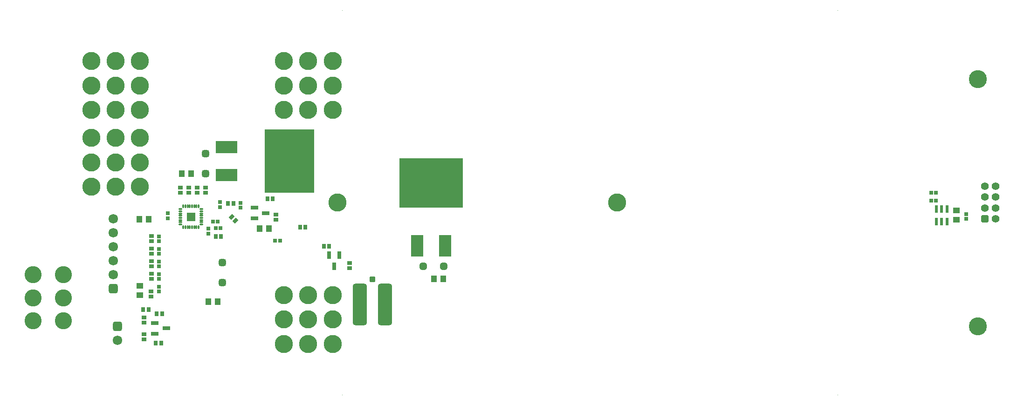
<source format=gbs>
G04*
G04 #@! TF.GenerationSoftware,Altium Limited,Altium Designer,23.0.1 (38)*
G04*
G04 Layer_Color=16711935*
%FSLAX44Y44*%
%MOMM*%
G71*
G04*
G04 #@! TF.SameCoordinates,8AFF7610-CFF1-491F-A99F-289BE66ABFEC*
G04*
G04*
G04 #@! TF.FilePolarity,Negative*
G04*
G01*
G75*
%ADD21R,1.1160X1.2430*%
%ADD24R,0.7000X0.6600*%
%ADD25C,1.4000*%
G04:AMPARAMS|DCode=26|XSize=1.4mm|YSize=1.4mm|CornerRadius=0.375mm|HoleSize=0mm|Usage=FLASHONLY|Rotation=90.000|XOffset=0mm|YOffset=0mm|HoleType=Round|Shape=RoundedRectangle|*
%AMROUNDEDRECTD26*
21,1,1.4000,0.6500,0,0,90.0*
21,1,0.6500,1.4000,0,0,90.0*
1,1,0.7500,0.3250,0.3250*
1,1,0.7500,0.3250,-0.3250*
1,1,0.7500,-0.3250,-0.3250*
1,1,0.7500,-0.3250,0.3250*
%
%ADD26ROUNDEDRECTD26*%
G04:AMPARAMS|DCode=27|XSize=1.72mm|YSize=1.72mm|CornerRadius=0.455mm|HoleSize=0mm|Usage=FLASHONLY|Rotation=270.000|XOffset=0mm|YOffset=0mm|HoleType=Round|Shape=RoundedRectangle|*
%AMROUNDEDRECTD27*
21,1,1.7200,0.8100,0,0,270.0*
21,1,0.8100,1.7200,0,0,270.0*
1,1,0.9100,-0.4050,-0.4050*
1,1,0.9100,-0.4050,0.4050*
1,1,0.9100,0.4050,0.4050*
1,1,0.9100,0.4050,-0.4050*
%
%ADD27ROUNDEDRECTD27*%
%ADD28C,1.7200*%
%ADD29C,3.3000*%
%ADD30C,3.1000*%
%ADD31C,3.1000*%
G04:AMPARAMS|DCode=32|XSize=0.1mm|YSize=0.1mm|CornerRadius=0mm|HoleSize=0mm|Usage=FLASHONLY|Rotation=90.000|XOffset=0mm|YOffset=0mm|HoleType=Round|Shape=RoundedRectangle|*
%AMROUNDEDRECTD32*
21,1,0.1000,0.1000,0,0,90.0*
21,1,0.1000,0.1000,0,0,90.0*
1,1,0.0000,0.0500,0.0500*
1,1,0.0000,0.0500,-0.0500*
1,1,0.0000,-0.0500,-0.0500*
1,1,0.0000,-0.0500,0.0500*
%
%ADD32ROUNDEDRECTD32*%
%ADD33C,3.2750*%
%ADD68R,1.4732X0.7620*%
G04:AMPARAMS|DCode=69|XSize=0.65mm|YSize=0.85mm|CornerRadius=0mm|HoleSize=0mm|Usage=FLASHONLY|Rotation=135.000|XOffset=0mm|YOffset=0mm|HoleType=Round|Shape=Rectangle|*
%AMROTATEDRECTD69*
4,1,4,0.5303,0.0707,-0.0707,-0.5303,-0.5303,-0.0707,0.0707,0.5303,0.5303,0.0707,0.0*
%
%ADD69ROTATEDRECTD69*%

%ADD70R,0.8500X0.6500*%
G04:AMPARAMS|DCode=71|XSize=0.3mm|YSize=0.7mm|CornerRadius=0.1mm|HoleSize=0mm|Usage=FLASHONLY|Rotation=270.000|XOffset=0mm|YOffset=0mm|HoleType=Round|Shape=RoundedRectangle|*
%AMROUNDEDRECTD71*
21,1,0.3000,0.5000,0,0,270.0*
21,1,0.1000,0.7000,0,0,270.0*
1,1,0.2000,-0.2500,-0.0500*
1,1,0.2000,-0.2500,0.0500*
1,1,0.2000,0.2500,0.0500*
1,1,0.2000,0.2500,-0.0500*
%
%ADD71ROUNDEDRECTD71*%
G04:AMPARAMS|DCode=72|XSize=0.3mm|YSize=0.7mm|CornerRadius=0.1mm|HoleSize=0mm|Usage=FLASHONLY|Rotation=0.000|XOffset=0mm|YOffset=0mm|HoleType=Round|Shape=RoundedRectangle|*
%AMROUNDEDRECTD72*
21,1,0.3000,0.5000,0,0,0.0*
21,1,0.1000,0.7000,0,0,0.0*
1,1,0.2000,0.0500,-0.2500*
1,1,0.2000,-0.0500,-0.2500*
1,1,0.2000,-0.0500,0.2500*
1,1,0.2000,0.0500,0.2500*
%
%ADD72ROUNDEDRECTD72*%
%ADD73R,1.5000X1.5000*%
%ADD74R,0.6080X1.3192*%
%ADD75R,1.2430X1.1160*%
%ADD76R,0.6500X0.8500*%
%ADD77R,0.7620X1.4732*%
%ADD78R,8.9900X11.5300*%
%ADD79R,3.9100X2.1828*%
%ADD80R,11.5300X8.9900*%
%ADD81R,2.1828X3.9100*%
G04:AMPARAMS|DCode=82|XSize=1.1mm|YSize=1.1mm|CornerRadius=0.3mm|HoleSize=0mm|Usage=FLASHONLY|Rotation=180.000|XOffset=0mm|YOffset=0mm|HoleType=Round|Shape=RoundedRectangle|*
%AMROUNDEDRECTD82*
21,1,1.1000,0.5000,0,0,180.0*
21,1,0.5000,1.1000,0,0,180.0*
1,1,0.6000,-0.2500,0.2500*
1,1,0.6000,0.2500,0.2500*
1,1,0.6000,0.2500,-0.2500*
1,1,0.6000,-0.2500,-0.2500*
%
%ADD82ROUNDEDRECTD82*%
G04:AMPARAMS|DCode=83|XSize=7.7mm|YSize=2.6mm|CornerRadius=0.675mm|HoleSize=0mm|Usage=FLASHONLY|Rotation=90.000|XOffset=0mm|YOffset=0mm|HoleType=Round|Shape=RoundedRectangle|*
%AMROUNDEDRECTD83*
21,1,7.7000,1.2500,0,0,90.0*
21,1,6.3500,2.6000,0,0,90.0*
1,1,1.3500,0.6250,3.1750*
1,1,1.3500,0.6250,-3.1750*
1,1,1.3500,-0.6250,-3.1750*
1,1,1.3500,-0.6250,3.1750*
%
%ADD83ROUNDEDRECTD83*%
G04:AMPARAMS|DCode=84|XSize=1.3mm|YSize=1.32mm|CornerRadius=0.35mm|HoleSize=0mm|Usage=FLASHONLY|Rotation=90.000|XOffset=0mm|YOffset=0mm|HoleType=Round|Shape=RoundedRectangle|*
%AMROUNDEDRECTD84*
21,1,1.3000,0.6200,0,0,90.0*
21,1,0.6000,1.3200,0,0,90.0*
1,1,0.7000,0.3100,0.3000*
1,1,0.7000,0.3100,-0.3000*
1,1,0.7000,-0.3100,-0.3000*
1,1,0.7000,-0.3100,0.3000*
%
%ADD84ROUNDEDRECTD84*%
G04:AMPARAMS|DCode=85|XSize=1.3mm|YSize=1.32mm|CornerRadius=0.35mm|HoleSize=0mm|Usage=FLASHONLY|Rotation=0.000|XOffset=0mm|YOffset=0mm|HoleType=Round|Shape=RoundedRectangle|*
%AMROUNDEDRECTD85*
21,1,1.3000,0.6200,0,0,0.0*
21,1,0.6000,1.3200,0,0,0.0*
1,1,0.7000,0.3000,-0.3100*
1,1,0.7000,-0.3000,-0.3100*
1,1,0.7000,-0.3000,0.3100*
1,1,0.7000,0.3000,0.3100*
%
%ADD85ROUNDEDRECTD85*%
%ADD86R,0.6600X0.7000*%
D21*
X-649859Y-46990D02*
D03*
X-632841D02*
D03*
X-851281Y-30480D02*
D03*
X-868299D02*
D03*
X-725551Y-180340D02*
D03*
X-742569D02*
D03*
X-791538Y52830D02*
D03*
X-774520D02*
D03*
X-333248Y-138430D02*
D03*
X-316230D02*
D03*
D24*
X-816610Y-19780D02*
D03*
Y-28480D02*
D03*
X-721360Y-8160D02*
D03*
Y540D02*
D03*
X633730Y-21240D02*
D03*
Y-29940D02*
D03*
X-742950Y-47720D02*
D03*
Y-56420D02*
D03*
X-832281Y-61520D02*
D03*
Y-70220D02*
D03*
Y-84380D02*
D03*
Y-93080D02*
D03*
Y-107240D02*
D03*
Y-115940D02*
D03*
Y-130100D02*
D03*
Y-138800D02*
D03*
Y-152960D02*
D03*
Y-161660D02*
D03*
X-684530Y-9430D02*
D03*
Y-730D02*
D03*
D25*
X667460Y30000D02*
D03*
Y10000D02*
D03*
X687460Y30000D02*
D03*
Y-30000D02*
D03*
Y-10000D02*
D03*
X667460D02*
D03*
X687460Y10000D02*
D03*
D26*
X667460Y-30000D02*
D03*
D27*
X-907590Y-225300D02*
D03*
X-915210Y-156720D02*
D03*
D28*
X-907590Y-250700D02*
D03*
X-915210Y-55120D02*
D03*
Y-80520D02*
D03*
Y-105920D02*
D03*
Y-131320D02*
D03*
Y-29720D02*
D03*
D29*
X-911400Y212720D02*
D03*
Y168370D02*
D03*
X-955750D02*
D03*
X-867050D02*
D03*
Y212720D02*
D03*
X-955750D02*
D03*
Y257070D02*
D03*
X-911400D02*
D03*
X-867050D02*
D03*
X-561400Y212720D02*
D03*
Y168370D02*
D03*
X-605750D02*
D03*
X-517050D02*
D03*
Y212720D02*
D03*
X-605750D02*
D03*
Y257070D02*
D03*
X-561400D02*
D03*
X-517050D02*
D03*
X-911400Y73150D02*
D03*
Y28800D02*
D03*
X-955750D02*
D03*
X-867050D02*
D03*
Y73150D02*
D03*
X-955750D02*
D03*
Y117500D02*
D03*
X-911400D02*
D03*
X-867050D02*
D03*
X-561400Y-212730D02*
D03*
Y-257080D02*
D03*
X-605750D02*
D03*
X-517050D02*
D03*
Y-212730D02*
D03*
X-605750D02*
D03*
Y-168380D02*
D03*
X-561400D02*
D03*
X-517050D02*
D03*
X0Y0D02*
D03*
X-508000D02*
D03*
D30*
X-1061540Y-173140D02*
D03*
X-1006540D02*
D03*
X-1061540Y-215140D02*
D03*
X-1006540D02*
D03*
D31*
X-1061540Y-131140D02*
D03*
X-1006540Y-131140D02*
D03*
D32*
X-500000Y-350000D02*
D03*
X400000D02*
D03*
Y350000D02*
D03*
X-500000D02*
D03*
D33*
X655320Y-224790D02*
D03*
Y224790D02*
D03*
D68*
X-659384Y-9525D02*
D03*
Y-28575D02*
D03*
X-638556Y-19050D02*
D03*
X-840020Y-219236D02*
D03*
Y-238286D02*
D03*
X-819192Y-228761D02*
D03*
D69*
X-693871Y-32569D02*
D03*
X-700589Y-25851D02*
D03*
D70*
X-619760Y-31420D02*
D03*
Y-21920D02*
D03*
X-486230Y-110060D02*
D03*
Y-119560D02*
D03*
X-763090Y17600D02*
D03*
Y27100D02*
D03*
X-778330Y17600D02*
D03*
Y27100D02*
D03*
X-793570Y17600D02*
D03*
Y27100D02*
D03*
X-860086Y-218271D02*
D03*
Y-208771D02*
D03*
Y-239251D02*
D03*
Y-248751D02*
D03*
X-846251Y-70620D02*
D03*
Y-61120D02*
D03*
Y-93480D02*
D03*
Y-83980D02*
D03*
Y-116340D02*
D03*
Y-106840D02*
D03*
Y-139200D02*
D03*
Y-129700D02*
D03*
X-747850Y27100D02*
D03*
Y17600D02*
D03*
X-847090Y-161620D02*
D03*
Y-171120D02*
D03*
D71*
X-793670Y-11910D02*
D03*
Y-23910D02*
D03*
Y-15910D02*
D03*
Y-19910D02*
D03*
Y-27910D02*
D03*
Y-31910D02*
D03*
Y-35910D02*
D03*
Y-39910D02*
D03*
X-755370Y-11910D02*
D03*
Y-23910D02*
D03*
Y-15910D02*
D03*
Y-19910D02*
D03*
Y-27910D02*
D03*
Y-31910D02*
D03*
Y-35910D02*
D03*
Y-39910D02*
D03*
D72*
X-788520Y-6760D02*
D03*
X-776520D02*
D03*
X-784520D02*
D03*
X-780520D02*
D03*
X-772520D02*
D03*
X-768520D02*
D03*
X-764520D02*
D03*
X-760520D02*
D03*
X-788520Y-45060D02*
D03*
X-776520D02*
D03*
X-784520D02*
D03*
X-780520D02*
D03*
X-772520D02*
D03*
X-768520D02*
D03*
X-764520D02*
D03*
X-760520D02*
D03*
D73*
X-774520Y-25910D02*
D03*
D74*
X598780Y-34290D02*
D03*
X589280D02*
D03*
X579780D02*
D03*
Y-11430D02*
D03*
X589280D02*
D03*
X598780D02*
D03*
D75*
X-867410Y-168529D02*
D03*
Y-151511D02*
D03*
X615950Y-31369D02*
D03*
Y-14351D02*
D03*
D76*
X-851526Y-194471D02*
D03*
X-861026D02*
D03*
X-827100Y-201930D02*
D03*
X-836600D02*
D03*
X-828666Y-255431D02*
D03*
X-838166D02*
D03*
X-729740Y-61470D02*
D03*
X-720240D02*
D03*
X-532890Y-79250D02*
D03*
X-523390D02*
D03*
X-697560Y-1270D02*
D03*
X-707060D02*
D03*
X-626260Y7110D02*
D03*
X-635760D02*
D03*
X-566750Y-44450D02*
D03*
X-576250D02*
D03*
D77*
X-504645Y-95506D02*
D03*
X-523695D02*
D03*
X-514170Y-116334D02*
D03*
D78*
X-595450Y75690D02*
D03*
D79*
X-709750Y101090D02*
D03*
Y50290D02*
D03*
D80*
X-337820Y35560D02*
D03*
D81*
X-363220Y-78740D02*
D03*
X-312420D02*
D03*
D82*
X-444860Y-139720D02*
D03*
D83*
X-467360Y-185420D02*
D03*
X-422360D02*
D03*
D84*
X-717370Y-109160D02*
D03*
Y-145860D02*
D03*
X-747850Y52260D02*
D03*
Y88960D02*
D03*
D85*
X-315500Y-115570D02*
D03*
X-352200D02*
D03*
D86*
X-734600Y-34290D02*
D03*
X-725900D02*
D03*
X-729340Y-46230D02*
D03*
X-720640D02*
D03*
X570230Y3810D02*
D03*
X578930D02*
D03*
X570230Y17780D02*
D03*
X578930D02*
D03*
X-612690Y-69090D02*
D03*
X-621390D02*
D03*
M02*

</source>
